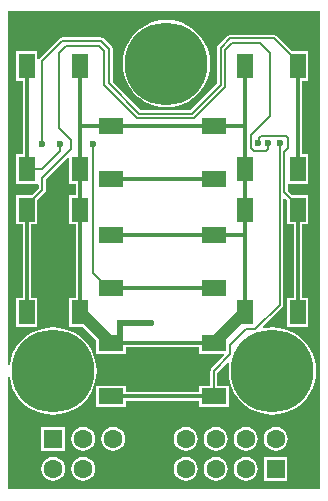
<source format=gtl>
G04 Layer_Physical_Order=1*
G04 Layer_Color=255*
%FSLAX44Y44*%
%MOMM*%
G71*
G01*
G75*
%ADD10R,2.1000X1.4000*%
%ADD11R,1.4000X2.1000*%
%ADD12C,0.2000*%
%ADD13C,1.0000*%
%ADD14C,0.5000*%
%ADD15C,0.3000*%
%ADD16C,7.0000*%
%ADD17C,1.6000*%
%ADD18R,1.6000X1.6000*%
%ADD19C,0.6000*%
G36*
X267196Y2804D02*
X2804D01*
Y97430D01*
X4304Y97578D01*
X5184Y93153D01*
X6743Y88560D01*
X8888Y84210D01*
X11583Y80177D01*
X14781Y76531D01*
X18427Y73333D01*
X22460Y70638D01*
X26810Y68493D01*
X31403Y66934D01*
X36160Y65988D01*
X41000Y65671D01*
X45840Y65988D01*
X50597Y66934D01*
X55190Y68493D01*
X59540Y70638D01*
X63573Y73333D01*
X67219Y76531D01*
X70417Y80177D01*
X73112Y84210D01*
X75257Y88560D01*
X76816Y93153D01*
X77762Y97910D01*
X78079Y102750D01*
X77762Y107590D01*
X76816Y112347D01*
X75257Y116940D01*
X73112Y121290D01*
X70417Y125323D01*
X67219Y128969D01*
X63573Y132167D01*
X59540Y134862D01*
X55190Y137007D01*
X50597Y138566D01*
X45840Y139512D01*
X41000Y139829D01*
X36160Y139512D01*
X31403Y138566D01*
X26810Y137007D01*
X22460Y134862D01*
X18427Y132167D01*
X14781Y128969D01*
X11583Y125323D01*
X8888Y121290D01*
X6743Y116940D01*
X5184Y112347D01*
X4304Y107922D01*
X2804Y108070D01*
Y407196D01*
X267196D01*
Y2804D01*
D02*
G37*
%LPC*%
G36*
X228000Y387559D02*
X228000Y387559D01*
X191250D01*
X191250Y387559D01*
X190079Y387326D01*
X189087Y386663D01*
X189087Y386663D01*
X180837Y378413D01*
X180174Y377421D01*
X179941Y376250D01*
X179941Y376250D01*
Y346267D01*
X157483Y323809D01*
X115267D01*
X91559Y347517D01*
Y375500D01*
X91559Y375500D01*
X91326Y376670D01*
X90663Y377663D01*
X83913Y384413D01*
X82921Y385076D01*
X81750Y385309D01*
X81750Y385309D01*
X49000D01*
X49000Y385309D01*
X47829Y385076D01*
X46837Y384413D01*
X29837Y367413D01*
X29380Y366729D01*
X27880Y367018D01*
Y373420D01*
X9880D01*
Y348420D01*
X15311D01*
Y286420D01*
X9880D01*
Y261420D01*
X27880D01*
X28941Y260361D01*
Y257267D01*
X23494Y251820D01*
X9880D01*
Y226820D01*
X15311D01*
Y164820D01*
X9880D01*
Y139820D01*
X27880D01*
Y164820D01*
X22449D01*
Y226820D01*
X27880D01*
Y247554D01*
X34163Y253837D01*
X34163Y253837D01*
X34826Y254830D01*
X35059Y256000D01*
Y265233D01*
X53494Y283668D01*
X54880Y283094D01*
Y261420D01*
X60311D01*
Y251820D01*
X54880D01*
Y226820D01*
X60311D01*
Y218973D01*
X60181Y218320D01*
X60311Y217667D01*
Y164820D01*
X54880D01*
Y139820D01*
X66695D01*
X77750Y128765D01*
Y117250D01*
X102750D01*
Y122681D01*
X164750D01*
Y117250D01*
X185464D01*
X186038Y115864D01*
X175087Y104913D01*
X174424Y103920D01*
X174191Y102750D01*
X174191Y102750D01*
Y90250D01*
X164750D01*
Y84819D01*
X102750D01*
Y90250D01*
X77750D01*
Y72250D01*
X102750D01*
Y77681D01*
X164750D01*
Y72250D01*
X189750D01*
Y90250D01*
X180309D01*
Y101483D01*
X189048Y110222D01*
X190371Y109515D01*
X189988Y107590D01*
X189671Y102750D01*
X189988Y97910D01*
X190934Y93153D01*
X192493Y88560D01*
X194638Y84210D01*
X197333Y80177D01*
X200531Y76531D01*
X204177Y73333D01*
X208210Y70638D01*
X212560Y68493D01*
X217153Y66934D01*
X221910Y65988D01*
X226750Y65671D01*
X231590Y65988D01*
X236347Y66934D01*
X240940Y68493D01*
X245290Y70638D01*
X249322Y73333D01*
X252969Y76531D01*
X256167Y80177D01*
X258862Y84210D01*
X261007Y88560D01*
X262566Y93153D01*
X263512Y97910D01*
X263829Y102750D01*
X263512Y107590D01*
X262566Y112347D01*
X261007Y116940D01*
X258862Y121290D01*
X256167Y125323D01*
X252969Y128969D01*
X249322Y132167D01*
X245290Y134862D01*
X240940Y137007D01*
X236347Y138566D01*
X231590Y139512D01*
X226750Y139829D01*
X221910Y139512D01*
X219475Y139028D01*
X218736Y140410D01*
X235163Y156837D01*
X235826Y157830D01*
X236059Y159000D01*
Y248656D01*
X237445Y249230D01*
X239260Y247414D01*
Y226820D01*
X244692D01*
Y164820D01*
X239260D01*
Y139820D01*
X257260D01*
Y164820D01*
X251829D01*
Y226820D01*
X257260D01*
Y251820D01*
X243506D01*
X240059Y255267D01*
Y261420D01*
X257260D01*
Y286420D01*
X251829D01*
Y348420D01*
X257260D01*
Y373420D01*
X243406D01*
X230163Y386663D01*
X229170Y387326D01*
X228000Y387559D01*
D02*
G37*
G36*
X137110Y400079D02*
X132270Y399762D01*
X127513Y398816D01*
X122920Y397257D01*
X118570Y395112D01*
X114537Y392417D01*
X110891Y389219D01*
X107693Y385573D01*
X104998Y381540D01*
X102853Y377190D01*
X101294Y372597D01*
X100348Y367840D01*
X100031Y363000D01*
X100348Y358160D01*
X101294Y353403D01*
X102853Y348810D01*
X104998Y344460D01*
X107693Y340428D01*
X110891Y336781D01*
X114537Y333583D01*
X118570Y330888D01*
X122920Y328743D01*
X127513Y327184D01*
X132270Y326238D01*
X137110Y325921D01*
X141950Y326238D01*
X146707Y327184D01*
X151300Y328743D01*
X155650Y330888D01*
X159683Y333583D01*
X163329Y336781D01*
X166527Y340428D01*
X169222Y344460D01*
X171367Y348810D01*
X172926Y353403D01*
X173872Y358160D01*
X174189Y363000D01*
X173872Y367840D01*
X172926Y372597D01*
X171367Y377190D01*
X169222Y381540D01*
X166527Y385573D01*
X163329Y389219D01*
X159683Y392417D01*
X155650Y395112D01*
X151300Y397257D01*
X146707Y398816D01*
X141950Y399762D01*
X137110Y400079D01*
D02*
G37*
G36*
X51300Y55250D02*
X31300D01*
Y35250D01*
X51300D01*
Y55250D01*
D02*
G37*
G36*
X229550Y55336D02*
X226940Y54993D01*
X224507Y53985D01*
X222418Y52382D01*
X220815Y50293D01*
X219807Y47860D01*
X219464Y45250D01*
X219807Y42639D01*
X220815Y40207D01*
X222418Y38118D01*
X224507Y36515D01*
X226940Y35507D01*
X229550Y35164D01*
X232160Y35507D01*
X234593Y36515D01*
X236682Y38118D01*
X238285Y40207D01*
X239293Y42639D01*
X239636Y45250D01*
X239293Y47860D01*
X238285Y50293D01*
X236682Y52382D01*
X234593Y53985D01*
X232160Y54993D01*
X229550Y55336D01*
D02*
G37*
G36*
X204150D02*
X201539Y54993D01*
X199107Y53985D01*
X197018Y52382D01*
X195415Y50293D01*
X194407Y47860D01*
X194064Y45250D01*
X194407Y42639D01*
X195415Y40207D01*
X197018Y38118D01*
X199107Y36515D01*
X201539Y35507D01*
X204150Y35164D01*
X206761Y35507D01*
X209193Y36515D01*
X211282Y38118D01*
X212885Y40207D01*
X213893Y42639D01*
X214236Y45250D01*
X213893Y47860D01*
X212885Y50293D01*
X211282Y52382D01*
X209193Y53985D01*
X206761Y54993D01*
X204150Y55336D01*
D02*
G37*
G36*
X178750D02*
X176140Y54993D01*
X173707Y53985D01*
X171618Y52382D01*
X170015Y50293D01*
X169007Y47860D01*
X168664Y45250D01*
X169007Y42639D01*
X170015Y40207D01*
X171618Y38118D01*
X173707Y36515D01*
X176140Y35507D01*
X178750Y35164D01*
X181360Y35507D01*
X183793Y36515D01*
X185882Y38118D01*
X187485Y40207D01*
X188493Y42639D01*
X188836Y45250D01*
X188493Y47860D01*
X187485Y50293D01*
X185882Y52382D01*
X183793Y53985D01*
X181360Y54993D01*
X178750Y55336D01*
D02*
G37*
G36*
X153350D02*
X150739Y54993D01*
X148307Y53985D01*
X146218Y52382D01*
X144615Y50293D01*
X143607Y47860D01*
X143264Y45250D01*
X143607Y42639D01*
X144615Y40207D01*
X146218Y38118D01*
X148307Y36515D01*
X150739Y35507D01*
X153350Y35164D01*
X155961Y35507D01*
X158393Y36515D01*
X160482Y38118D01*
X162085Y40207D01*
X163093Y42639D01*
X163436Y45250D01*
X163093Y47860D01*
X162085Y50293D01*
X160482Y52382D01*
X158393Y53985D01*
X155961Y54993D01*
X153350Y55336D01*
D02*
G37*
G36*
X92100D02*
X89489Y54993D01*
X87057Y53985D01*
X84968Y52382D01*
X83365Y50293D01*
X82357Y47860D01*
X82014Y45250D01*
X82357Y42639D01*
X83365Y40207D01*
X84968Y38118D01*
X87057Y36515D01*
X89489Y35507D01*
X92100Y35164D01*
X94711Y35507D01*
X97143Y36515D01*
X99232Y38118D01*
X100835Y40207D01*
X101843Y42639D01*
X102186Y45250D01*
X101843Y47860D01*
X100835Y50293D01*
X99232Y52382D01*
X97143Y53985D01*
X94711Y54993D01*
X92100Y55336D01*
D02*
G37*
G36*
X66700D02*
X64089Y54993D01*
X61657Y53985D01*
X59568Y52382D01*
X57965Y50293D01*
X56957Y47860D01*
X56614Y45250D01*
X56957Y42639D01*
X57965Y40207D01*
X59568Y38118D01*
X61657Y36515D01*
X64089Y35507D01*
X66700Y35164D01*
X69310Y35507D01*
X71743Y36515D01*
X73832Y38118D01*
X75435Y40207D01*
X76443Y42639D01*
X76786Y45250D01*
X76443Y47860D01*
X75435Y50293D01*
X73832Y52382D01*
X71743Y53985D01*
X69310Y54993D01*
X66700Y55336D01*
D02*
G37*
G36*
X239550Y29850D02*
X219550D01*
Y9850D01*
X239550D01*
Y29850D01*
D02*
G37*
G36*
X204150Y29936D02*
X201539Y29593D01*
X199107Y28585D01*
X197018Y26982D01*
X195415Y24893D01*
X194407Y22460D01*
X194064Y19850D01*
X194407Y17240D01*
X195415Y14807D01*
X197018Y12718D01*
X199107Y11115D01*
X201539Y10107D01*
X204150Y9764D01*
X206761Y10107D01*
X209193Y11115D01*
X211282Y12718D01*
X212885Y14807D01*
X213893Y17240D01*
X214236Y19850D01*
X213893Y22460D01*
X212885Y24893D01*
X211282Y26982D01*
X209193Y28585D01*
X206761Y29593D01*
X204150Y29936D01*
D02*
G37*
G36*
X178750D02*
X176140Y29593D01*
X173707Y28585D01*
X171618Y26982D01*
X170015Y24893D01*
X169007Y22460D01*
X168664Y19850D01*
X169007Y17240D01*
X170015Y14807D01*
X171618Y12718D01*
X173707Y11115D01*
X176140Y10107D01*
X178750Y9764D01*
X181360Y10107D01*
X183793Y11115D01*
X185882Y12718D01*
X187485Y14807D01*
X188493Y17240D01*
X188836Y19850D01*
X188493Y22460D01*
X187485Y24893D01*
X185882Y26982D01*
X183793Y28585D01*
X181360Y29593D01*
X178750Y29936D01*
D02*
G37*
G36*
X153350D02*
X150739Y29593D01*
X148307Y28585D01*
X146218Y26982D01*
X144615Y24893D01*
X143607Y22460D01*
X143264Y19850D01*
X143607Y17240D01*
X144615Y14807D01*
X146218Y12718D01*
X148307Y11115D01*
X150739Y10107D01*
X153350Y9764D01*
X155961Y10107D01*
X158393Y11115D01*
X160482Y12718D01*
X162085Y14807D01*
X163093Y17240D01*
X163436Y19850D01*
X163093Y22460D01*
X162085Y24893D01*
X160482Y26982D01*
X158393Y28585D01*
X155961Y29593D01*
X153350Y29936D01*
D02*
G37*
G36*
X66700D02*
X64089Y29593D01*
X61657Y28585D01*
X59568Y26982D01*
X57965Y24893D01*
X56957Y22460D01*
X56614Y19850D01*
X56957Y17240D01*
X57965Y14807D01*
X59568Y12718D01*
X61657Y11115D01*
X64089Y10107D01*
X66700Y9764D01*
X69310Y10107D01*
X71743Y11115D01*
X73832Y12718D01*
X75435Y14807D01*
X76443Y17240D01*
X76786Y19850D01*
X76443Y22460D01*
X75435Y24893D01*
X73832Y26982D01*
X71743Y28585D01*
X69310Y29593D01*
X66700Y29936D01*
D02*
G37*
G36*
X41300D02*
X38689Y29593D01*
X36257Y28585D01*
X34168Y26982D01*
X32565Y24893D01*
X31557Y22460D01*
X31214Y19850D01*
X31557Y17240D01*
X32565Y14807D01*
X34168Y12718D01*
X36257Y11115D01*
X38689Y10107D01*
X41300Y9764D01*
X43910Y10107D01*
X46343Y11115D01*
X48432Y12718D01*
X50035Y14807D01*
X51043Y17240D01*
X51386Y19850D01*
X51043Y22460D01*
X50035Y24893D01*
X48432Y26982D01*
X46343Y28585D01*
X43910Y29593D01*
X41300Y29936D01*
D02*
G37*
%LPD*%
D10*
X90250Y310500D02*
D03*
X177250D02*
D03*
X90250Y265500D02*
D03*
X177250D02*
D03*
X90250Y218320D02*
D03*
X177250D02*
D03*
X90250Y173320D02*
D03*
X177250D02*
D03*
X90250Y126250D02*
D03*
X177250D02*
D03*
X90250Y81250D02*
D03*
X177250D02*
D03*
D11*
X203260Y152320D02*
D03*
Y239320D02*
D03*
X248260Y152320D02*
D03*
Y239320D02*
D03*
X63880Y239320D02*
D03*
Y152320D02*
D03*
X18880Y239320D02*
D03*
Y152320D02*
D03*
X203260Y273920D02*
D03*
Y360920D02*
D03*
X248260Y273920D02*
D03*
Y360920D02*
D03*
X63880Y360920D02*
D03*
Y273920D02*
D03*
X18880Y360920D02*
D03*
Y273920D02*
D03*
D12*
X74000Y295250D02*
X75000Y294250D01*
X215250Y295750D02*
Y300000D01*
X160407Y316750D02*
X187000Y343343D01*
X84500Y344593D02*
X112343Y316750D01*
X160407D01*
X158750Y320750D02*
X183000Y345000D01*
X114000Y320750D02*
X158750D01*
X88500Y346250D02*
X114000Y320750D01*
X187000Y343343D02*
Y374593D01*
X183000Y345000D02*
Y376250D01*
X187000Y374593D02*
X192907Y380500D01*
X183000Y376250D02*
X191250Y384500D01*
X216250Y380500D02*
X225000Y371750D01*
X192907Y380500D02*
X216250D01*
X228000Y384500D02*
X248260Y364240D01*
X191250Y384500D02*
X228000D01*
X248260Y360920D02*
Y364240D01*
X84500Y344593D02*
Y373843D01*
X88500Y346250D02*
Y375500D01*
X80093Y378250D02*
X84500Y373843D01*
X81750Y382250D02*
X88500Y375500D01*
X52250Y378250D02*
X80093D01*
X46250Y372250D02*
X52250Y378250D01*
X46250Y308500D02*
Y372250D01*
X49000Y382250D02*
X81750D01*
X32000Y365250D02*
X49000Y382250D01*
X32000Y295250D02*
Y365250D01*
X209000Y302500D02*
X225000Y318500D01*
X209000Y291500D02*
Y302500D01*
Y291500D02*
X211500Y289000D01*
X221000D02*
X223000Y291000D01*
X211500Y289000D02*
X221000D01*
X223000Y291000D02*
Y295500D01*
X225000Y318500D02*
Y371750D01*
X56250Y290750D02*
Y298500D01*
X46250Y308500D02*
X56250Y298500D01*
X32000Y266500D02*
X56250Y290750D01*
X32000Y256000D02*
Y266500D01*
X18880Y242880D02*
X32000Y256000D01*
X18880Y239320D02*
Y242880D01*
X47000Y289250D02*
Y295250D01*
X31670Y273920D02*
X47000Y289250D01*
X216750Y301500D02*
X238250D01*
X215250Y300000D02*
X216750Y301500D01*
X18880Y273920D02*
X31670D01*
X75000Y185750D02*
Y294250D01*
Y185750D02*
X87430Y173320D01*
X238250Y301500D02*
X240000Y299750D01*
Y291250D02*
Y299750D01*
X237000Y288250D02*
X240000Y291250D01*
X248260Y239320D02*
Y242740D01*
X237000Y254000D02*
X248260Y242740D01*
X237000Y254000D02*
Y288250D01*
X177250Y102750D02*
X191250Y116750D01*
X177250Y81250D02*
Y102750D01*
X191250Y116750D02*
Y125000D01*
X204250Y138000D01*
X212000D01*
X233000Y159000D01*
Y295500D01*
D13*
X177250Y126250D02*
X203320Y152320D01*
X63880Y152620D02*
X64180Y152320D01*
X90250Y126250D01*
X63880Y152320D02*
X64180D01*
D14*
X98250Y142750D02*
X98500Y143000D01*
X123750D01*
X98000D02*
X98250Y142750D01*
X98000Y130000D02*
Y143000D01*
D15*
X63880Y218320D02*
Y273920D01*
X203260Y152320D02*
Y239320D01*
X90250Y173320D02*
X177250D01*
X63750Y218320D02*
X63880D01*
Y152620D02*
Y218320D01*
Y152320D02*
Y152620D01*
X177250Y218320D02*
X203080D01*
X177250Y310500D02*
X203010D01*
X64130D02*
X90250D01*
X248260Y273920D02*
Y360920D01*
Y152320D02*
Y239320D01*
X90250Y81250D02*
X177250D01*
X90250Y126250D02*
X177250D01*
X90250Y218320D02*
X177250D01*
X90250Y265500D02*
X177250D01*
X203260Y273920D02*
Y360920D01*
Y239320D02*
Y273920D01*
X90250Y310500D02*
X177250D01*
X63880Y152320D02*
X63880Y152320D01*
X63880Y273920D02*
Y360920D01*
X18880Y152320D02*
Y239320D01*
X18880Y273920D02*
Y360920D01*
D16*
X226750Y102750D02*
D03*
X41000D02*
D03*
X137110Y363000D02*
D03*
D17*
X117500Y19850D02*
D03*
Y45250D02*
D03*
X92100D02*
D03*
Y19850D02*
D03*
X66700Y45250D02*
D03*
Y19850D02*
D03*
X41300D02*
D03*
X153350Y45250D02*
D03*
Y19850D02*
D03*
X178750D02*
D03*
Y45250D02*
D03*
X204150Y19850D02*
D03*
Y45250D02*
D03*
X229550D02*
D03*
D18*
X41300D02*
D03*
X229550Y19850D02*
D03*
D19*
X260001Y390001D02*
D03*
Y330000D02*
D03*
Y310000D02*
D03*
Y290000D02*
D03*
Y210000D02*
D03*
Y190000D02*
D03*
Y170000D02*
D03*
Y130000D02*
D03*
Y70000D02*
D03*
Y50000D02*
D03*
Y30000D02*
D03*
Y10000D02*
D03*
X255001Y400001D02*
D03*
X250001Y390001D02*
D03*
X255001Y380001D02*
D03*
Y340000D02*
D03*
Y320000D02*
D03*
Y300000D02*
D03*
Y200000D02*
D03*
Y180000D02*
D03*
X250001Y70000D02*
D03*
X255001Y60000D02*
D03*
Y40000D02*
D03*
X250001Y30000D02*
D03*
X255001Y20000D02*
D03*
X250001Y10000D02*
D03*
X245001Y400001D02*
D03*
X240001Y390001D02*
D03*
X245001Y380001D02*
D03*
X240001Y190000D02*
D03*
Y170000D02*
D03*
X245001Y60000D02*
D03*
Y20000D02*
D03*
X235001Y400001D02*
D03*
X225001D02*
D03*
X215001D02*
D03*
X205001D02*
D03*
X195001D02*
D03*
X190001Y10000D02*
D03*
X185001Y400001D02*
D03*
X180001Y390001D02*
D03*
X175001Y400001D02*
D03*
X170001Y390001D02*
D03*
X175001Y380001D02*
D03*
X170001Y10000D02*
D03*
X165001Y400001D02*
D03*
X155001D02*
D03*
X140001Y30000D02*
D03*
Y10000D02*
D03*
X130001Y50000D02*
D03*
X135001Y40000D02*
D03*
X130001Y30000D02*
D03*
X135001Y20000D02*
D03*
X130001Y10000D02*
D03*
X125001Y60000D02*
D03*
X115001Y400001D02*
D03*
Y100000D02*
D03*
Y60000D02*
D03*
X110001Y30000D02*
D03*
Y10000D02*
D03*
X105001Y400001D02*
D03*
X100001Y390001D02*
D03*
X105001Y20000D02*
D03*
X100001Y10000D02*
D03*
X95001Y400001D02*
D03*
X90001Y390001D02*
D03*
X95001Y380001D02*
D03*
Y360000D02*
D03*
X85001Y400001D02*
D03*
X80001Y390001D02*
D03*
X75001Y400001D02*
D03*
X70001Y390001D02*
D03*
X65001Y400001D02*
D03*
X60001Y390001D02*
D03*
X55001Y400001D02*
D03*
X50001Y390001D02*
D03*
X45001Y400001D02*
D03*
X40001Y390001D02*
D03*
X35001Y400001D02*
D03*
X30001Y390001D02*
D03*
X35001Y380001D02*
D03*
Y220000D02*
D03*
X25001Y400001D02*
D03*
X20001Y390001D02*
D03*
X25001Y380001D02*
D03*
X15001Y400001D02*
D03*
X10001Y390001D02*
D03*
X15001Y380001D02*
D03*
X10001Y330000D02*
D03*
Y310000D02*
D03*
X123750Y143000D02*
D03*
X47000Y295250D02*
D03*
X215000Y295750D02*
D03*
X75000Y295250D02*
D03*
X32000D02*
D03*
X233000Y295500D02*
D03*
X223000D02*
D03*
X98000Y143000D02*
D03*
M02*

</source>
